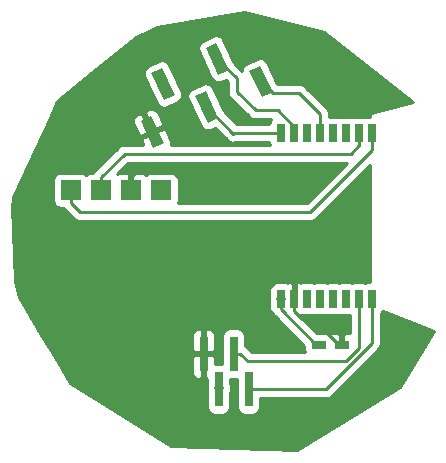
<source format=gtl>
G04 #@! TF.GenerationSoftware,KiCad,Pcbnew,5.0.2-bee76a0~70~ubuntu18.04.1*
G04 #@! TF.CreationDate,2018-12-20T12:23:35+01:00*
G04 #@! TF.ProjectId,temp_hum,74656d70-5f68-4756-9d2e-6b696361645f,rev?*
G04 #@! TF.SameCoordinates,Original*
G04 #@! TF.FileFunction,Copper,L1,Top*
G04 #@! TF.FilePolarity,Positive*
%FSLAX46Y46*%
G04 Gerber Fmt 4.6, Leading zero omitted, Abs format (unit mm)*
G04 Created by KiCad (PCBNEW 5.0.2-bee76a0~70~ubuntu18.04.1) date tor 20 dec 2018 12:23:35*
%MOMM*%
%LPD*%
G01*
G04 APERTURE LIST*
G04 #@! TA.AperFunction,SMDPad,CuDef*
%ADD10R,0.698500X1.498600*%
G04 #@! TD*
G04 #@! TA.AperFunction,SMDPad,CuDef*
%ADD11R,1.200000X0.750000*%
G04 #@! TD*
G04 #@! TA.AperFunction,SMDPad,CuDef*
%ADD12C,1.000000*%
G04 #@! TD*
G04 #@! TA.AperFunction,Conductor*
%ADD13C,0.100000*%
G04 #@! TD*
G04 #@! TA.AperFunction,SMDPad,CuDef*
%ADD14R,0.650000X3.000000*%
G04 #@! TD*
G04 #@! TA.AperFunction,SMDPad,CuDef*
%ADD15R,1.700000X1.700000*%
G04 #@! TD*
G04 #@! TA.AperFunction,ViaPad*
%ADD16C,0.800000*%
G04 #@! TD*
G04 #@! TA.AperFunction,Conductor*
%ADD17C,0.250000*%
G04 #@! TD*
G04 #@! TA.AperFunction,Conductor*
%ADD18C,0.254000*%
G04 #@! TD*
G04 APERTURE END LIST*
D10*
G04 #@! TO.P,U1,P$16*
G04 #@! TO.N,SWDIO*
X148498560Y-61241940D03*
G04 #@! TO.P,U1,P$15*
G04 #@! TO.N,SWDCLK*
X147398740Y-61241940D03*
G04 #@! TO.P,U1,P$14*
G04 #@! TO.N,Net-(U1-PadP$14)*
X146298920Y-61241940D03*
G04 #@! TO.P,U1,P$13*
G04 #@! TO.N,Net-(U1-PadP$13)*
X145199100Y-61241940D03*
G04 #@! TO.P,U1,P$12*
G04 #@! TO.N,Net-(U1-PadP$12)*
X144099280Y-61241940D03*
G04 #@! TO.P,U1,P$11*
G04 #@! TO.N,Net-(U1-PadP$11)*
X142999460Y-61241940D03*
G04 #@! TO.P,U1,P$10*
G04 #@! TO.N,GND*
X141899640Y-61241940D03*
G04 #@! TO.P,U1,P$9*
G04 #@! TO.N,+3V3*
X140799820Y-61241940D03*
G04 #@! TO.P,U1,P$8*
G04 #@! TO.N,Rx*
X140799820Y-47244000D03*
G04 #@! TO.P,U1,P$7*
G04 #@! TO.N,Tx*
X141899640Y-47244000D03*
G04 #@! TO.P,U1,P$6*
G04 #@! TO.N,Net-(U1-PadP$6)*
X142999460Y-47244000D03*
G04 #@! TO.P,U1,P$5*
G04 #@! TO.N,P02*
X144099280Y-47244000D03*
G04 #@! TO.P,U1,P$4*
G04 #@! TO.N,Net-(U1-PadP$4)*
X145199100Y-47244000D03*
G04 #@! TO.P,U1,P$3*
G04 #@! TO.N,Net-(U1-PadP$3)*
X146298920Y-47244000D03*
G04 #@! TO.P,U1,P$2*
G04 #@! TO.N,SCL*
X147398740Y-47244000D03*
G04 #@! TO.P,U1,P$1*
G04 #@! TO.N,SDA*
X148498560Y-47244000D03*
G04 #@! TD*
D11*
G04 #@! TO.P,C1,2*
G04 #@! TO.N,GND*
X145923000Y-65151000D03*
G04 #@! TO.P,C1,1*
G04 #@! TO.N,+3V3*
X144023000Y-65151000D03*
G04 #@! TD*
D12*
G04 #@! TO.P,J1,4*
G04 #@! TO.N,Tx*
X135407789Y-40913238D03*
D13*
G04 #@! TD*
G04 #@! TO.N,Tx*
G04 #@! TO.C,J1*
G36*
X136391329Y-41839345D02*
X135485021Y-42261963D01*
X134424249Y-39987131D01*
X135330557Y-39564513D01*
X136391329Y-41839345D01*
X136391329Y-41839345D01*
G37*
D12*
G04 #@! TO.P,J1,2*
G04 #@! TO.N,+3V3*
X130803745Y-43060139D03*
D13*
G04 #@! TD*
G04 #@! TO.N,+3V3*
G04 #@! TO.C,J1*
G36*
X131787285Y-43986246D02*
X130880977Y-44408864D01*
X129820205Y-42134032D01*
X130726513Y-41711414D01*
X131787285Y-43986246D01*
X131787285Y-43986246D01*
G37*
D12*
G04 #@! TO.P,J1,5*
G04 #@! TO.N,P02*
X139108677Y-42839667D03*
D13*
G04 #@! TD*
G04 #@! TO.N,P02*
G04 #@! TO.C,J1*
G36*
X140092217Y-43765774D02*
X139185909Y-44188392D01*
X138125137Y-41913560D01*
X139031445Y-41490942D01*
X140092217Y-43765774D01*
X140092217Y-43765774D01*
G37*
D12*
G04 #@! TO.P,J1,3*
G04 #@! TO.N,Rx*
X134504633Y-44986567D03*
D13*
G04 #@! TD*
G04 #@! TO.N,Rx*
G04 #@! TO.C,J1*
G36*
X135488173Y-45912674D02*
X134581865Y-46335292D01*
X133521093Y-44060460D01*
X134427401Y-43637842D01*
X135488173Y-45912674D01*
X135488173Y-45912674D01*
G37*
D12*
G04 #@! TO.P,J1,1*
G04 #@! TO.N,GND*
X129900590Y-47133468D03*
D13*
G04 #@! TD*
G04 #@! TO.N,GND*
G04 #@! TO.C,J1*
G36*
X130884130Y-48059575D02*
X129977822Y-48482193D01*
X128917050Y-46207361D01*
X129823358Y-45784743D01*
X130884130Y-48059575D01*
X130884130Y-48059575D01*
G37*
D14*
G04 #@! TO.P,J2,3*
G04 #@! TO.N,SWDCLK*
X136779000Y-65898900D03*
G04 #@! TO.P,J2,1*
G04 #@! TO.N,GND*
X134239000Y-65898900D03*
G04 #@! TO.P,J2,4*
G04 #@! TO.N,SWDIO*
X138049000Y-68898900D03*
G04 #@! TO.P,J2,2*
G04 #@! TO.N,+3V3*
X135509000Y-68898900D03*
G04 #@! TD*
D15*
G04 #@! TO.P,J3,4*
G04 #@! TO.N,SDA*
X123012200Y-52057300D03*
G04 #@! TO.P,J3,3*
G04 #@! TO.N,SCL*
X125552200Y-52057300D03*
G04 #@! TO.P,J3,2*
G04 #@! TO.N,GND*
X128092200Y-52057300D03*
G04 #@! TO.P,J3,1*
G04 #@! TO.N,+3V3*
X130632200Y-52057300D03*
G04 #@! TD*
D16*
G04 #@! TO.N,GND*
X137083800Y-39509700D03*
X128752600Y-50228500D03*
X129900590Y-47133468D03*
G04 #@! TO.N,+3V3*
X130873500Y-43230800D03*
X130873500Y-51904900D03*
X135559800Y-68795900D03*
X140792200Y-61252100D03*
G04 #@! TD*
D17*
G04 #@! TO.N,GND*
X145698000Y-65151000D02*
X143475500Y-62928500D01*
X145923000Y-65151000D02*
X145698000Y-65151000D01*
X141899640Y-62241240D02*
X141899640Y-61241940D01*
X142586900Y-62928500D02*
X141899640Y-62241240D01*
X143475500Y-62928500D02*
X142586900Y-62928500D01*
X128092200Y-52057300D02*
X128092200Y-50888900D01*
X128092200Y-50888900D02*
X128752600Y-50228500D01*
G04 #@! TO.N,+3V3*
X143798000Y-65151000D02*
X144023000Y-65151000D01*
X140792200Y-62145200D02*
X143798000Y-65151000D01*
X140792200Y-61252100D02*
X140792200Y-62145200D01*
G04 #@! TO.N,Tx*
X141899640Y-46660268D02*
X140527572Y-45288200D01*
X141899640Y-47244000D02*
X141899640Y-46660268D01*
X140527572Y-45288200D02*
X138645900Y-45288200D01*
X138645900Y-45288200D02*
X137058400Y-43700700D01*
X137058400Y-42563849D02*
X135407789Y-40913238D01*
X137058400Y-43700700D02*
X137058400Y-42563849D01*
G04 #@! TO.N,P02*
X140123758Y-43854748D02*
X142355948Y-43854748D01*
X139108677Y-42839667D02*
X140123758Y-43854748D01*
X144099280Y-45598080D02*
X144099280Y-47244000D01*
X142355948Y-43854748D02*
X144099280Y-45598080D01*
G04 #@! TO.N,Rx*
X134504633Y-44986567D02*
X136774766Y-47256700D01*
X136787466Y-47244000D02*
X140799820Y-47244000D01*
X136774766Y-47256700D02*
X136787466Y-47244000D01*
G04 #@! TO.N,SWDCLK*
X137354000Y-65898900D02*
X137990400Y-66535300D01*
X136779000Y-65898900D02*
X137354000Y-65898900D01*
X137990400Y-66535300D02*
X146304000Y-66535300D01*
X147398740Y-65440560D02*
X147398740Y-61241940D01*
X146304000Y-66535300D02*
X147398740Y-65440560D01*
G04 #@! TO.N,SWDIO*
X144576810Y-68898900D02*
X138624000Y-68898900D01*
X138624000Y-68898900D02*
X138049000Y-68898900D01*
X148498560Y-64977150D02*
X144576810Y-68898900D01*
X148498560Y-61241940D02*
X148498560Y-64977150D01*
G04 #@! TO.N,SDA*
X123012200Y-53157300D02*
X123741000Y-53886100D01*
X123012200Y-52057300D02*
X123012200Y-53157300D01*
X123741000Y-53886100D02*
X143281400Y-53886100D01*
X148498560Y-48668940D02*
X148498560Y-47244000D01*
X143281400Y-53886100D02*
X148498560Y-48668940D01*
G04 #@! TO.N,SCL*
X147398740Y-48243300D02*
X146696240Y-48945800D01*
X147398740Y-47244000D02*
X147398740Y-48243300D01*
X125552200Y-50957300D02*
X125552200Y-52057300D01*
X127563700Y-48945800D02*
X125552200Y-50957300D01*
X146696240Y-48945800D02*
X127563700Y-48945800D01*
G04 #@! TD*
D18*
G04 #@! TO.N,GND*
G36*
X144412165Y-38665678D02*
X151952191Y-44552081D01*
X148410092Y-45538639D01*
X148365867Y-45560992D01*
X148333562Y-45598567D01*
X148317167Y-45660982D01*
X148317167Y-45847260D01*
X148149310Y-45847260D01*
X147948650Y-45887173D01*
X147747990Y-45847260D01*
X147049490Y-45847260D01*
X146848830Y-45887173D01*
X146648170Y-45847260D01*
X145949670Y-45847260D01*
X145749010Y-45887173D01*
X145548350Y-45847260D01*
X144859280Y-45847260D01*
X144859280Y-45672928D01*
X144874168Y-45598080D01*
X144859280Y-45523232D01*
X144859280Y-45523228D01*
X144822638Y-45339016D01*
X144815184Y-45301542D01*
X144689609Y-45113607D01*
X144647209Y-45050151D01*
X144583753Y-45007751D01*
X142946279Y-43370278D01*
X142903877Y-43306819D01*
X142652485Y-43138844D01*
X142430800Y-43094748D01*
X142430795Y-43094748D01*
X142355948Y-43079860D01*
X142281101Y-43094748D01*
X140493683Y-43094748D01*
X139618225Y-41217322D01*
X139468849Y-41013599D01*
X139252883Y-40882547D01*
X139003204Y-40844118D01*
X138757825Y-40904162D01*
X137851517Y-41326780D01*
X137647794Y-41476156D01*
X137516742Y-41692123D01*
X137482694Y-41913340D01*
X136840959Y-41271606D01*
X135917337Y-39290893D01*
X135767961Y-39087170D01*
X135551995Y-38956118D01*
X135302316Y-38917689D01*
X135056937Y-38977733D01*
X134150629Y-39400351D01*
X133946906Y-39549727D01*
X133815854Y-39765694D01*
X133777425Y-40015372D01*
X133837469Y-40260751D01*
X134898241Y-42535583D01*
X135047617Y-42739306D01*
X135263583Y-42870358D01*
X135513262Y-42908787D01*
X135758641Y-42848743D01*
X136106352Y-42686603D01*
X136298401Y-42878652D01*
X136298400Y-43625853D01*
X136283512Y-43700700D01*
X136298400Y-43775547D01*
X136298400Y-43775551D01*
X136342496Y-43997236D01*
X136510471Y-44248629D01*
X136573930Y-44291031D01*
X138055570Y-45772672D01*
X138097971Y-45836129D01*
X138349363Y-46004104D01*
X138571048Y-46048200D01*
X138571052Y-46048200D01*
X138645899Y-46063088D01*
X138720746Y-46048200D01*
X139985205Y-46048200D01*
X139852413Y-46246935D01*
X139805258Y-46484000D01*
X137076868Y-46484000D01*
X135937804Y-45344936D01*
X135014181Y-43364222D01*
X134864805Y-43160499D01*
X134648839Y-43029447D01*
X134399160Y-42991018D01*
X134153781Y-43051062D01*
X133247473Y-43473680D01*
X133043750Y-43623056D01*
X132912698Y-43839023D01*
X132874269Y-44088701D01*
X132934313Y-44334080D01*
X133995085Y-46608912D01*
X134144461Y-46812635D01*
X134360427Y-46943687D01*
X134610106Y-46982116D01*
X134855485Y-46922072D01*
X135203196Y-46759932D01*
X136184438Y-47741174D01*
X136226837Y-47804629D01*
X136290292Y-47847028D01*
X136290293Y-47847029D01*
X136478228Y-47972603D01*
X136774766Y-48031588D01*
X136913460Y-48004000D01*
X139805258Y-48004000D01*
X139841420Y-48185800D01*
X131513940Y-48185800D01*
X131524035Y-48158065D01*
X131513016Y-47905687D01*
X131050013Y-46912774D01*
X130839045Y-46835988D01*
X130069364Y-47194897D01*
X130077816Y-47213023D01*
X129847613Y-47320368D01*
X129839161Y-47302242D01*
X129069480Y-47661150D01*
X128992694Y-47872117D01*
X129138967Y-48185800D01*
X127638548Y-48185800D01*
X127563700Y-48170912D01*
X127488852Y-48185800D01*
X127488848Y-48185800D01*
X127267163Y-48229896D01*
X127015771Y-48397871D01*
X126973371Y-48461327D01*
X125067730Y-50366969D01*
X125004271Y-50409371D01*
X124903718Y-50559860D01*
X124702200Y-50559860D01*
X124454435Y-50609143D01*
X124282200Y-50724228D01*
X124109965Y-50609143D01*
X123862200Y-50559860D01*
X122162200Y-50559860D01*
X121914435Y-50609143D01*
X121704391Y-50749491D01*
X121564043Y-50959535D01*
X121514760Y-51207300D01*
X121514760Y-52907300D01*
X121564043Y-53155065D01*
X121704391Y-53365109D01*
X121914435Y-53505457D01*
X122162200Y-53554740D01*
X122363718Y-53554740D01*
X122386986Y-53589562D01*
X122464272Y-53705229D01*
X122527728Y-53747629D01*
X123150671Y-54370573D01*
X123193071Y-54434029D01*
X123256527Y-54476429D01*
X123444462Y-54602004D01*
X123470484Y-54607180D01*
X123666148Y-54646100D01*
X123666152Y-54646100D01*
X123741000Y-54660988D01*
X123815848Y-54646100D01*
X143206553Y-54646100D01*
X143281400Y-54660988D01*
X143356247Y-54646100D01*
X143356252Y-54646100D01*
X143577937Y-54602004D01*
X143829329Y-54434029D01*
X143871731Y-54370570D01*
X148330080Y-49912223D01*
X148372565Y-59845200D01*
X148149310Y-59845200D01*
X147948650Y-59885113D01*
X147747990Y-59845200D01*
X147049490Y-59845200D01*
X146848830Y-59885113D01*
X146648170Y-59845200D01*
X145949670Y-59845200D01*
X145749010Y-59885113D01*
X145548350Y-59845200D01*
X144849850Y-59845200D01*
X144649190Y-59885113D01*
X144448530Y-59845200D01*
X143750030Y-59845200D01*
X143549370Y-59885113D01*
X143348710Y-59845200D01*
X142650210Y-59845200D01*
X142444129Y-59886192D01*
X142375200Y-59857640D01*
X142185390Y-59857640D01*
X142026640Y-60016390D01*
X142026640Y-60372636D01*
X142002770Y-60492640D01*
X142002770Y-61388940D01*
X141827200Y-61388940D01*
X141827200Y-61046226D01*
X141796510Y-60972134D01*
X141796510Y-60492640D01*
X141772640Y-60372636D01*
X141772640Y-60016390D01*
X141613890Y-59857640D01*
X141424080Y-59857640D01*
X141355151Y-59886192D01*
X141149070Y-59845200D01*
X140450570Y-59845200D01*
X140202805Y-59894483D01*
X139992761Y-60034831D01*
X139852413Y-60244875D01*
X139803130Y-60492640D01*
X139803130Y-60935341D01*
X139757200Y-61046226D01*
X139757200Y-61457974D01*
X139803130Y-61568859D01*
X139803130Y-61991240D01*
X139852413Y-62239005D01*
X139992761Y-62449049D01*
X140152501Y-62555785D01*
X140180254Y-62597319D01*
X140244272Y-62693129D01*
X140307728Y-62735529D01*
X142775560Y-65203362D01*
X142775560Y-65526000D01*
X142824843Y-65773765D01*
X142825869Y-65775300D01*
X138305202Y-65775300D01*
X137944331Y-65414430D01*
X137901929Y-65350971D01*
X137751440Y-65250417D01*
X137751440Y-64398900D01*
X137702157Y-64151135D01*
X137561809Y-63941091D01*
X137351765Y-63800743D01*
X137104000Y-63751460D01*
X136454000Y-63751460D01*
X136206235Y-63800743D01*
X135996191Y-63941091D01*
X135855843Y-64151135D01*
X135806560Y-64398900D01*
X135806560Y-66751460D01*
X135199000Y-66751460D01*
X135199000Y-66184650D01*
X135040250Y-66025900D01*
X134366000Y-66025900D01*
X134366000Y-67875150D01*
X134524750Y-68033900D01*
X134536560Y-68033900D01*
X134536560Y-68561635D01*
X134524800Y-68590026D01*
X134524800Y-69001774D01*
X134536560Y-69030165D01*
X134536560Y-70398900D01*
X134585843Y-70646665D01*
X134726191Y-70856709D01*
X134936235Y-70997057D01*
X135184000Y-71046340D01*
X135834000Y-71046340D01*
X136081765Y-70997057D01*
X136291809Y-70856709D01*
X136432157Y-70646665D01*
X136481440Y-70398900D01*
X136481440Y-69275450D01*
X136594800Y-69001774D01*
X136594800Y-68590026D01*
X136481440Y-68316350D01*
X136481440Y-68046340D01*
X137076560Y-68046340D01*
X137076560Y-70398900D01*
X137125843Y-70646665D01*
X137266191Y-70856709D01*
X137476235Y-70997057D01*
X137724000Y-71046340D01*
X138374000Y-71046340D01*
X138621765Y-70997057D01*
X138831809Y-70856709D01*
X138972157Y-70646665D01*
X139021440Y-70398900D01*
X139021440Y-69658900D01*
X144501963Y-69658900D01*
X144576810Y-69673788D01*
X144651657Y-69658900D01*
X144651662Y-69658900D01*
X144873347Y-69614804D01*
X145124739Y-69446829D01*
X145167141Y-69383370D01*
X148983033Y-65567479D01*
X149046489Y-65525079D01*
X149214464Y-65273687D01*
X149258560Y-65052002D01*
X149258560Y-65051998D01*
X149273448Y-64977151D01*
X149258560Y-64902304D01*
X149258560Y-62480493D01*
X149305619Y-62449049D01*
X149437326Y-62251938D01*
X153757284Y-63998089D01*
X150878942Y-68746123D01*
X142111235Y-74082440D01*
X131451917Y-73741846D01*
X122959757Y-68404278D01*
X121633700Y-66184650D01*
X133279000Y-66184650D01*
X133279000Y-67525209D01*
X133375673Y-67758598D01*
X133554301Y-67937227D01*
X133787690Y-68033900D01*
X133953250Y-68033900D01*
X134112000Y-67875150D01*
X134112000Y-66025900D01*
X133437750Y-66025900D01*
X133279000Y-66184650D01*
X121633700Y-66184650D01*
X120491391Y-64272591D01*
X133279000Y-64272591D01*
X133279000Y-65613150D01*
X133437750Y-65771900D01*
X134112000Y-65771900D01*
X134112000Y-63922650D01*
X134366000Y-63922650D01*
X134366000Y-65771900D01*
X135040250Y-65771900D01*
X135199000Y-65613150D01*
X135199000Y-64272591D01*
X135102327Y-64039202D01*
X134923699Y-63860573D01*
X134690310Y-63763900D01*
X134524750Y-63763900D01*
X134366000Y-63922650D01*
X134112000Y-63922650D01*
X133953250Y-63763900D01*
X133787690Y-63763900D01*
X133554301Y-63860573D01*
X133375673Y-64039202D01*
X133279000Y-64272591D01*
X120491391Y-64272591D01*
X118578900Y-61071360D01*
X118252597Y-59762261D01*
X118032569Y-53371006D01*
X118089053Y-52867748D01*
X118140543Y-52614750D01*
X121113819Y-46108871D01*
X128277145Y-46108871D01*
X128288164Y-46361249D01*
X128751167Y-47354162D01*
X128962135Y-47430948D01*
X129731816Y-47072039D01*
X129053831Y-45618095D01*
X128842864Y-45541309D01*
X128763162Y-45578475D01*
X128534212Y-45685236D01*
X128363545Y-45871486D01*
X128277145Y-46108871D01*
X121113819Y-46108871D01*
X121387168Y-45510750D01*
X129284033Y-45510750D01*
X129962019Y-46964694D01*
X130731700Y-46605786D01*
X130808486Y-46394819D01*
X130345483Y-45401905D01*
X130159233Y-45231239D01*
X129921849Y-45144837D01*
X129669471Y-45155856D01*
X129440521Y-45262618D01*
X129360819Y-45299783D01*
X129284033Y-45510750D01*
X121387168Y-45510750D01*
X121839215Y-44521619D01*
X124744297Y-42162273D01*
X129173381Y-42162273D01*
X129233425Y-42407652D01*
X130294197Y-44682484D01*
X130443573Y-44886207D01*
X130659539Y-45017259D01*
X130909218Y-45055688D01*
X131154597Y-44995644D01*
X132060905Y-44573026D01*
X132264628Y-44423650D01*
X132395680Y-44207683D01*
X132434109Y-43958005D01*
X132374065Y-43712626D01*
X131313293Y-41437794D01*
X131163917Y-41234071D01*
X130947951Y-41103019D01*
X130698272Y-41064590D01*
X130452893Y-41124634D01*
X129546585Y-41547252D01*
X129342862Y-41696628D01*
X129211810Y-41912595D01*
X129173381Y-42162273D01*
X124744297Y-42162273D01*
X128498082Y-39113658D01*
X130310120Y-38213887D01*
X137644144Y-36976823D01*
X144412165Y-38665678D01*
X144412165Y-38665678D01*
G37*
X144412165Y-38665678D02*
X151952191Y-44552081D01*
X148410092Y-45538639D01*
X148365867Y-45560992D01*
X148333562Y-45598567D01*
X148317167Y-45660982D01*
X148317167Y-45847260D01*
X148149310Y-45847260D01*
X147948650Y-45887173D01*
X147747990Y-45847260D01*
X147049490Y-45847260D01*
X146848830Y-45887173D01*
X146648170Y-45847260D01*
X145949670Y-45847260D01*
X145749010Y-45887173D01*
X145548350Y-45847260D01*
X144859280Y-45847260D01*
X144859280Y-45672928D01*
X144874168Y-45598080D01*
X144859280Y-45523232D01*
X144859280Y-45523228D01*
X144822638Y-45339016D01*
X144815184Y-45301542D01*
X144689609Y-45113607D01*
X144647209Y-45050151D01*
X144583753Y-45007751D01*
X142946279Y-43370278D01*
X142903877Y-43306819D01*
X142652485Y-43138844D01*
X142430800Y-43094748D01*
X142430795Y-43094748D01*
X142355948Y-43079860D01*
X142281101Y-43094748D01*
X140493683Y-43094748D01*
X139618225Y-41217322D01*
X139468849Y-41013599D01*
X139252883Y-40882547D01*
X139003204Y-40844118D01*
X138757825Y-40904162D01*
X137851517Y-41326780D01*
X137647794Y-41476156D01*
X137516742Y-41692123D01*
X137482694Y-41913340D01*
X136840959Y-41271606D01*
X135917337Y-39290893D01*
X135767961Y-39087170D01*
X135551995Y-38956118D01*
X135302316Y-38917689D01*
X135056937Y-38977733D01*
X134150629Y-39400351D01*
X133946906Y-39549727D01*
X133815854Y-39765694D01*
X133777425Y-40015372D01*
X133837469Y-40260751D01*
X134898241Y-42535583D01*
X135047617Y-42739306D01*
X135263583Y-42870358D01*
X135513262Y-42908787D01*
X135758641Y-42848743D01*
X136106352Y-42686603D01*
X136298401Y-42878652D01*
X136298400Y-43625853D01*
X136283512Y-43700700D01*
X136298400Y-43775547D01*
X136298400Y-43775551D01*
X136342496Y-43997236D01*
X136510471Y-44248629D01*
X136573930Y-44291031D01*
X138055570Y-45772672D01*
X138097971Y-45836129D01*
X138349363Y-46004104D01*
X138571048Y-46048200D01*
X138571052Y-46048200D01*
X138645899Y-46063088D01*
X138720746Y-46048200D01*
X139985205Y-46048200D01*
X139852413Y-46246935D01*
X139805258Y-46484000D01*
X137076868Y-46484000D01*
X135937804Y-45344936D01*
X135014181Y-43364222D01*
X134864805Y-43160499D01*
X134648839Y-43029447D01*
X134399160Y-42991018D01*
X134153781Y-43051062D01*
X133247473Y-43473680D01*
X133043750Y-43623056D01*
X132912698Y-43839023D01*
X132874269Y-44088701D01*
X132934313Y-44334080D01*
X133995085Y-46608912D01*
X134144461Y-46812635D01*
X134360427Y-46943687D01*
X134610106Y-46982116D01*
X134855485Y-46922072D01*
X135203196Y-46759932D01*
X136184438Y-47741174D01*
X136226837Y-47804629D01*
X136290292Y-47847028D01*
X136290293Y-47847029D01*
X136478228Y-47972603D01*
X136774766Y-48031588D01*
X136913460Y-48004000D01*
X139805258Y-48004000D01*
X139841420Y-48185800D01*
X131513940Y-48185800D01*
X131524035Y-48158065D01*
X131513016Y-47905687D01*
X131050013Y-46912774D01*
X130839045Y-46835988D01*
X130069364Y-47194897D01*
X130077816Y-47213023D01*
X129847613Y-47320368D01*
X129839161Y-47302242D01*
X129069480Y-47661150D01*
X128992694Y-47872117D01*
X129138967Y-48185800D01*
X127638548Y-48185800D01*
X127563700Y-48170912D01*
X127488852Y-48185800D01*
X127488848Y-48185800D01*
X127267163Y-48229896D01*
X127015771Y-48397871D01*
X126973371Y-48461327D01*
X125067730Y-50366969D01*
X125004271Y-50409371D01*
X124903718Y-50559860D01*
X124702200Y-50559860D01*
X124454435Y-50609143D01*
X124282200Y-50724228D01*
X124109965Y-50609143D01*
X123862200Y-50559860D01*
X122162200Y-50559860D01*
X121914435Y-50609143D01*
X121704391Y-50749491D01*
X121564043Y-50959535D01*
X121514760Y-51207300D01*
X121514760Y-52907300D01*
X121564043Y-53155065D01*
X121704391Y-53365109D01*
X121914435Y-53505457D01*
X122162200Y-53554740D01*
X122363718Y-53554740D01*
X122386986Y-53589562D01*
X122464272Y-53705229D01*
X122527728Y-53747629D01*
X123150671Y-54370573D01*
X123193071Y-54434029D01*
X123256527Y-54476429D01*
X123444462Y-54602004D01*
X123470484Y-54607180D01*
X123666148Y-54646100D01*
X123666152Y-54646100D01*
X123741000Y-54660988D01*
X123815848Y-54646100D01*
X143206553Y-54646100D01*
X143281400Y-54660988D01*
X143356247Y-54646100D01*
X143356252Y-54646100D01*
X143577937Y-54602004D01*
X143829329Y-54434029D01*
X143871731Y-54370570D01*
X148330080Y-49912223D01*
X148372565Y-59845200D01*
X148149310Y-59845200D01*
X147948650Y-59885113D01*
X147747990Y-59845200D01*
X147049490Y-59845200D01*
X146848830Y-59885113D01*
X146648170Y-59845200D01*
X145949670Y-59845200D01*
X145749010Y-59885113D01*
X145548350Y-59845200D01*
X144849850Y-59845200D01*
X144649190Y-59885113D01*
X144448530Y-59845200D01*
X143750030Y-59845200D01*
X143549370Y-59885113D01*
X143348710Y-59845200D01*
X142650210Y-59845200D01*
X142444129Y-59886192D01*
X142375200Y-59857640D01*
X142185390Y-59857640D01*
X142026640Y-60016390D01*
X142026640Y-60372636D01*
X142002770Y-60492640D01*
X142002770Y-61388940D01*
X141827200Y-61388940D01*
X141827200Y-61046226D01*
X141796510Y-60972134D01*
X141796510Y-60492640D01*
X141772640Y-60372636D01*
X141772640Y-60016390D01*
X141613890Y-59857640D01*
X141424080Y-59857640D01*
X141355151Y-59886192D01*
X141149070Y-59845200D01*
X140450570Y-59845200D01*
X140202805Y-59894483D01*
X139992761Y-60034831D01*
X139852413Y-60244875D01*
X139803130Y-60492640D01*
X139803130Y-60935341D01*
X139757200Y-61046226D01*
X139757200Y-61457974D01*
X139803130Y-61568859D01*
X139803130Y-61991240D01*
X139852413Y-62239005D01*
X139992761Y-62449049D01*
X140152501Y-62555785D01*
X140180254Y-62597319D01*
X140244272Y-62693129D01*
X140307728Y-62735529D01*
X142775560Y-65203362D01*
X142775560Y-65526000D01*
X142824843Y-65773765D01*
X142825869Y-65775300D01*
X138305202Y-65775300D01*
X137944331Y-65414430D01*
X137901929Y-65350971D01*
X137751440Y-65250417D01*
X137751440Y-64398900D01*
X137702157Y-64151135D01*
X137561809Y-63941091D01*
X137351765Y-63800743D01*
X137104000Y-63751460D01*
X136454000Y-63751460D01*
X136206235Y-63800743D01*
X135996191Y-63941091D01*
X135855843Y-64151135D01*
X135806560Y-64398900D01*
X135806560Y-66751460D01*
X135199000Y-66751460D01*
X135199000Y-66184650D01*
X135040250Y-66025900D01*
X134366000Y-66025900D01*
X134366000Y-67875150D01*
X134524750Y-68033900D01*
X134536560Y-68033900D01*
X134536560Y-68561635D01*
X134524800Y-68590026D01*
X134524800Y-69001774D01*
X134536560Y-69030165D01*
X134536560Y-70398900D01*
X134585843Y-70646665D01*
X134726191Y-70856709D01*
X134936235Y-70997057D01*
X135184000Y-71046340D01*
X135834000Y-71046340D01*
X136081765Y-70997057D01*
X136291809Y-70856709D01*
X136432157Y-70646665D01*
X136481440Y-70398900D01*
X136481440Y-69275450D01*
X136594800Y-69001774D01*
X136594800Y-68590026D01*
X136481440Y-68316350D01*
X136481440Y-68046340D01*
X137076560Y-68046340D01*
X137076560Y-70398900D01*
X137125843Y-70646665D01*
X137266191Y-70856709D01*
X137476235Y-70997057D01*
X137724000Y-71046340D01*
X138374000Y-71046340D01*
X138621765Y-70997057D01*
X138831809Y-70856709D01*
X138972157Y-70646665D01*
X139021440Y-70398900D01*
X139021440Y-69658900D01*
X144501963Y-69658900D01*
X144576810Y-69673788D01*
X144651657Y-69658900D01*
X144651662Y-69658900D01*
X144873347Y-69614804D01*
X145124739Y-69446829D01*
X145167141Y-69383370D01*
X148983033Y-65567479D01*
X149046489Y-65525079D01*
X149214464Y-65273687D01*
X149258560Y-65052002D01*
X149258560Y-65051998D01*
X149273448Y-64977151D01*
X149258560Y-64902304D01*
X149258560Y-62480493D01*
X149305619Y-62449049D01*
X149437326Y-62251938D01*
X153757284Y-63998089D01*
X150878942Y-68746123D01*
X142111235Y-74082440D01*
X131451917Y-73741846D01*
X122959757Y-68404278D01*
X121633700Y-66184650D01*
X133279000Y-66184650D01*
X133279000Y-67525209D01*
X133375673Y-67758598D01*
X133554301Y-67937227D01*
X133787690Y-68033900D01*
X133953250Y-68033900D01*
X134112000Y-67875150D01*
X134112000Y-66025900D01*
X133437750Y-66025900D01*
X133279000Y-66184650D01*
X121633700Y-66184650D01*
X120491391Y-64272591D01*
X133279000Y-64272591D01*
X133279000Y-65613150D01*
X133437750Y-65771900D01*
X134112000Y-65771900D01*
X134112000Y-63922650D01*
X134366000Y-63922650D01*
X134366000Y-65771900D01*
X135040250Y-65771900D01*
X135199000Y-65613150D01*
X135199000Y-64272591D01*
X135102327Y-64039202D01*
X134923699Y-63860573D01*
X134690310Y-63763900D01*
X134524750Y-63763900D01*
X134366000Y-63922650D01*
X134112000Y-63922650D01*
X133953250Y-63763900D01*
X133787690Y-63763900D01*
X133554301Y-63860573D01*
X133375673Y-64039202D01*
X133279000Y-64272591D01*
X120491391Y-64272591D01*
X118578900Y-61071360D01*
X118252597Y-59762261D01*
X118032569Y-53371006D01*
X118089053Y-52867748D01*
X118140543Y-52614750D01*
X121113819Y-46108871D01*
X128277145Y-46108871D01*
X128288164Y-46361249D01*
X128751167Y-47354162D01*
X128962135Y-47430948D01*
X129731816Y-47072039D01*
X129053831Y-45618095D01*
X128842864Y-45541309D01*
X128763162Y-45578475D01*
X128534212Y-45685236D01*
X128363545Y-45871486D01*
X128277145Y-46108871D01*
X121113819Y-46108871D01*
X121387168Y-45510750D01*
X129284033Y-45510750D01*
X129962019Y-46964694D01*
X130731700Y-46605786D01*
X130808486Y-46394819D01*
X130345483Y-45401905D01*
X130159233Y-45231239D01*
X129921849Y-45144837D01*
X129669471Y-45155856D01*
X129440521Y-45262618D01*
X129360819Y-45299783D01*
X129284033Y-45510750D01*
X121387168Y-45510750D01*
X121839215Y-44521619D01*
X124744297Y-42162273D01*
X129173381Y-42162273D01*
X129233425Y-42407652D01*
X130294197Y-44682484D01*
X130443573Y-44886207D01*
X130659539Y-45017259D01*
X130909218Y-45055688D01*
X131154597Y-44995644D01*
X132060905Y-44573026D01*
X132264628Y-44423650D01*
X132395680Y-44207683D01*
X132434109Y-43958005D01*
X132374065Y-43712626D01*
X131313293Y-41437794D01*
X131163917Y-41234071D01*
X130947951Y-41103019D01*
X130698272Y-41064590D01*
X130452893Y-41124634D01*
X129546585Y-41547252D01*
X129342862Y-41696628D01*
X129211810Y-41912595D01*
X129173381Y-42162273D01*
X124744297Y-42162273D01*
X128498082Y-39113658D01*
X130310120Y-38213887D01*
X137644144Y-36976823D01*
X144412165Y-38665678D01*
G36*
X142650210Y-62638680D02*
X143348710Y-62638680D01*
X143549370Y-62598767D01*
X143750030Y-62638680D01*
X144448530Y-62638680D01*
X144649190Y-62598767D01*
X144849850Y-62638680D01*
X145548350Y-62638680D01*
X145749010Y-62598767D01*
X145949670Y-62638680D01*
X146638741Y-62638680D01*
X146638740Y-64141000D01*
X146208750Y-64141000D01*
X146050000Y-64299750D01*
X146050000Y-65024000D01*
X146070000Y-65024000D01*
X146070000Y-65278000D01*
X146050000Y-65278000D01*
X146050000Y-65298000D01*
X145796000Y-65298000D01*
X145796000Y-65278000D01*
X145776000Y-65278000D01*
X145776000Y-65024000D01*
X145796000Y-65024000D01*
X145796000Y-64299750D01*
X145637250Y-64141000D01*
X145196691Y-64141000D01*
X144963302Y-64237673D01*
X144962102Y-64238873D01*
X144870765Y-64177843D01*
X144623000Y-64128560D01*
X143850362Y-64128560D01*
X142348041Y-62626240D01*
X142375200Y-62626240D01*
X142444129Y-62597688D01*
X142650210Y-62638680D01*
X142650210Y-62638680D01*
G37*
X142650210Y-62638680D02*
X143348710Y-62638680D01*
X143549370Y-62598767D01*
X143750030Y-62638680D01*
X144448530Y-62638680D01*
X144649190Y-62598767D01*
X144849850Y-62638680D01*
X145548350Y-62638680D01*
X145749010Y-62598767D01*
X145949670Y-62638680D01*
X146638741Y-62638680D01*
X146638740Y-64141000D01*
X146208750Y-64141000D01*
X146050000Y-64299750D01*
X146050000Y-65024000D01*
X146070000Y-65024000D01*
X146070000Y-65278000D01*
X146050000Y-65278000D01*
X146050000Y-65298000D01*
X145796000Y-65298000D01*
X145796000Y-65278000D01*
X145776000Y-65278000D01*
X145776000Y-65024000D01*
X145796000Y-65024000D01*
X145796000Y-64299750D01*
X145637250Y-64141000D01*
X145196691Y-64141000D01*
X144963302Y-64237673D01*
X144962102Y-64238873D01*
X144870765Y-64177843D01*
X144623000Y-64128560D01*
X143850362Y-64128560D01*
X142348041Y-62626240D01*
X142375200Y-62626240D01*
X142444129Y-62597688D01*
X142650210Y-62638680D01*
G36*
X142966599Y-53126100D02*
X132086118Y-53126100D01*
X132129640Y-52907300D01*
X132129640Y-51207300D01*
X132080357Y-50959535D01*
X131940009Y-50749491D01*
X131729965Y-50609143D01*
X131482200Y-50559860D01*
X129782200Y-50559860D01*
X129534435Y-50609143D01*
X129359175Y-50726249D01*
X129301899Y-50668973D01*
X129068510Y-50572300D01*
X128377950Y-50572300D01*
X128219200Y-50731050D01*
X128219200Y-51930300D01*
X128239200Y-51930300D01*
X128239200Y-52184300D01*
X128219200Y-52184300D01*
X128219200Y-52204300D01*
X127965200Y-52204300D01*
X127965200Y-52184300D01*
X127945200Y-52184300D01*
X127945200Y-51930300D01*
X127965200Y-51930300D01*
X127965200Y-50731050D01*
X127806450Y-50572300D01*
X127115890Y-50572300D01*
X126938541Y-50645760D01*
X127878502Y-49705800D01*
X146386898Y-49705800D01*
X142966599Y-53126100D01*
X142966599Y-53126100D01*
G37*
X142966599Y-53126100D02*
X132086118Y-53126100D01*
X132129640Y-52907300D01*
X132129640Y-51207300D01*
X132080357Y-50959535D01*
X131940009Y-50749491D01*
X131729965Y-50609143D01*
X131482200Y-50559860D01*
X129782200Y-50559860D01*
X129534435Y-50609143D01*
X129359175Y-50726249D01*
X129301899Y-50668973D01*
X129068510Y-50572300D01*
X128377950Y-50572300D01*
X128219200Y-50731050D01*
X128219200Y-51930300D01*
X128239200Y-51930300D01*
X128239200Y-52184300D01*
X128219200Y-52184300D01*
X128219200Y-52204300D01*
X127965200Y-52204300D01*
X127965200Y-52184300D01*
X127945200Y-52184300D01*
X127945200Y-51930300D01*
X127965200Y-51930300D01*
X127965200Y-50731050D01*
X127806450Y-50572300D01*
X127115890Y-50572300D01*
X126938541Y-50645760D01*
X127878502Y-49705800D01*
X146386898Y-49705800D01*
X142966599Y-53126100D01*
G04 #@! TD*
M02*

</source>
